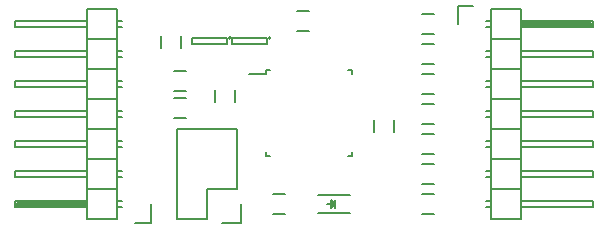
<source format=gbr>
G04 #@! TF.FileFunction,Legend,Top*
%FSLAX46Y46*%
G04 Gerber Fmt 4.6, Leading zero omitted, Abs format (unit mm)*
G04 Created by KiCad (PCBNEW 4.0.2-stable) date 28.06.2016 22:29:11*
%MOMM*%
G01*
G04 APERTURE LIST*
%ADD10C,0.100000*%
%ADD11C,0.150000*%
G04 APERTURE END LIST*
D10*
D11*
X156232000Y-104010000D02*
G75*
G03X156232000Y-104010000I-100000J0D01*
G01*
X155882000Y-104560000D02*
X155882000Y-104060000D01*
X152982000Y-104560000D02*
X155882000Y-104560000D01*
X152982000Y-104060000D02*
X152982000Y-104560000D01*
X155882000Y-104060000D02*
X152982000Y-104060000D01*
X155854897Y-106770103D02*
X155854897Y-107095103D01*
X163104897Y-106770103D02*
X163104897Y-107095103D01*
X163104897Y-114020103D02*
X163104897Y-113695103D01*
X155854897Y-114020103D02*
X155854897Y-113695103D01*
X155854897Y-106770103D02*
X156179897Y-106770103D01*
X155854897Y-114020103D02*
X156179897Y-114020103D01*
X163104897Y-114020103D02*
X162779897Y-114020103D01*
X163104897Y-106770103D02*
X162779897Y-106770103D01*
X155854897Y-107095103D02*
X154429897Y-107095103D01*
X151550000Y-108466000D02*
X151550000Y-109466000D01*
X153250000Y-109466000D02*
X153250000Y-108466000D01*
X166712000Y-112006000D02*
X166712000Y-111006000D01*
X165012000Y-111006000D02*
X165012000Y-112006000D01*
X162923020Y-117360000D02*
X160223020Y-117360000D01*
X162923020Y-118860000D02*
X160223020Y-118860000D01*
X161423020Y-117960000D02*
X161423020Y-118210000D01*
X161423020Y-118210000D02*
X161573020Y-118060000D01*
X161673020Y-118460000D02*
X161673020Y-117760000D01*
X161323020Y-118110000D02*
X160973020Y-118110000D01*
X161673020Y-118110000D02*
X161323020Y-118460000D01*
X161323020Y-118460000D02*
X161323020Y-117760000D01*
X161323020Y-117760000D02*
X161673020Y-118110000D01*
X153416000Y-116840000D02*
X153416000Y-111760000D01*
X153696000Y-119660000D02*
X152146000Y-119660000D01*
X150876000Y-119380000D02*
X150876000Y-116840000D01*
X150876000Y-116840000D02*
X153416000Y-116840000D01*
X153416000Y-111760000D02*
X148336000Y-111760000D01*
X148336000Y-111760000D02*
X148336000Y-116840000D01*
X153696000Y-119660000D02*
X153696000Y-118110000D01*
X148336000Y-119380000D02*
X150876000Y-119380000D01*
X148336000Y-116840000D02*
X148336000Y-119380000D01*
X172055000Y-101320000D02*
X172055000Y-102870000D01*
X173355000Y-101320000D02*
X172055000Y-101320000D01*
X177546000Y-102743000D02*
X183388000Y-102743000D01*
X183388000Y-102743000D02*
X183388000Y-102997000D01*
X183388000Y-102997000D02*
X177546000Y-102997000D01*
X177546000Y-102997000D02*
X177546000Y-102870000D01*
X177546000Y-102870000D02*
X183388000Y-102870000D01*
X174879000Y-102616000D02*
X174498000Y-102616000D01*
X174879000Y-103124000D02*
X174498000Y-103124000D01*
X174879000Y-105156000D02*
X174498000Y-105156000D01*
X174879000Y-105664000D02*
X174498000Y-105664000D01*
X174879000Y-107696000D02*
X174498000Y-107696000D01*
X174879000Y-108204000D02*
X174498000Y-108204000D01*
X174879000Y-110236000D02*
X174498000Y-110236000D01*
X174879000Y-110744000D02*
X174498000Y-110744000D01*
X174879000Y-118364000D02*
X174498000Y-118364000D01*
X174879000Y-117856000D02*
X174498000Y-117856000D01*
X174879000Y-115824000D02*
X174498000Y-115824000D01*
X174879000Y-115316000D02*
X174498000Y-115316000D01*
X174879000Y-113284000D02*
X174498000Y-113284000D01*
X174879000Y-112776000D02*
X174498000Y-112776000D01*
X177419000Y-104140000D02*
X177419000Y-101600000D01*
X183515000Y-103124000D02*
X177419000Y-103124000D01*
X183515000Y-102616000D02*
X183515000Y-103124000D01*
X177419000Y-102616000D02*
X183515000Y-102616000D01*
X174879000Y-104140000D02*
X177419000Y-104140000D01*
X174879000Y-101600000D02*
X174879000Y-104140000D01*
X174879000Y-101600000D02*
X177419000Y-101600000D01*
X174879000Y-106680000D02*
X177419000Y-106680000D01*
X174879000Y-106680000D02*
X174879000Y-109220000D01*
X174879000Y-109220000D02*
X177419000Y-109220000D01*
X177419000Y-107696000D02*
X183515000Y-107696000D01*
X183515000Y-107696000D02*
X183515000Y-108204000D01*
X183515000Y-108204000D02*
X177419000Y-108204000D01*
X177419000Y-109220000D02*
X177419000Y-106680000D01*
X177419000Y-106680000D02*
X177419000Y-104140000D01*
X183515000Y-105664000D02*
X177419000Y-105664000D01*
X183515000Y-105156000D02*
X183515000Y-105664000D01*
X177419000Y-105156000D02*
X183515000Y-105156000D01*
X174879000Y-106680000D02*
X177419000Y-106680000D01*
X174879000Y-104140000D02*
X174879000Y-106680000D01*
X174879000Y-104140000D02*
X177419000Y-104140000D01*
X174879000Y-114300000D02*
X177419000Y-114300000D01*
X174879000Y-114300000D02*
X174879000Y-116840000D01*
X174879000Y-116840000D02*
X177419000Y-116840000D01*
X177419000Y-115316000D02*
X183515000Y-115316000D01*
X183515000Y-115316000D02*
X183515000Y-115824000D01*
X183515000Y-115824000D02*
X177419000Y-115824000D01*
X177419000Y-116840000D02*
X177419000Y-114300000D01*
X177419000Y-119380000D02*
X177419000Y-116840000D01*
X183515000Y-118364000D02*
X177419000Y-118364000D01*
X183515000Y-117856000D02*
X183515000Y-118364000D01*
X177419000Y-117856000D02*
X183515000Y-117856000D01*
X174879000Y-119380000D02*
X177419000Y-119380000D01*
X174879000Y-116840000D02*
X174879000Y-119380000D01*
X174879000Y-116840000D02*
X177419000Y-116840000D01*
X174879000Y-111760000D02*
X177419000Y-111760000D01*
X174879000Y-111760000D02*
X174879000Y-114300000D01*
X174879000Y-114300000D02*
X177419000Y-114300000D01*
X177419000Y-112776000D02*
X183515000Y-112776000D01*
X183515000Y-112776000D02*
X183515000Y-113284000D01*
X183515000Y-113284000D02*
X177419000Y-113284000D01*
X177419000Y-114300000D02*
X177419000Y-111760000D01*
X177419000Y-111760000D02*
X177419000Y-109220000D01*
X183515000Y-110744000D02*
X177419000Y-110744000D01*
X183515000Y-110236000D02*
X183515000Y-110744000D01*
X177419000Y-110236000D02*
X183515000Y-110236000D01*
X174879000Y-111760000D02*
X177419000Y-111760000D01*
X174879000Y-109220000D02*
X174879000Y-111760000D01*
X174879000Y-109220000D02*
X177419000Y-109220000D01*
X146080000Y-119660000D02*
X146080000Y-118110000D01*
X144780000Y-119660000D02*
X146080000Y-119660000D01*
X140589000Y-118237000D02*
X134747000Y-118237000D01*
X134747000Y-118237000D02*
X134747000Y-117983000D01*
X134747000Y-117983000D02*
X140589000Y-117983000D01*
X140589000Y-117983000D02*
X140589000Y-118110000D01*
X140589000Y-118110000D02*
X134747000Y-118110000D01*
X143256000Y-118364000D02*
X143637000Y-118364000D01*
X143256000Y-117856000D02*
X143637000Y-117856000D01*
X143256000Y-115824000D02*
X143637000Y-115824000D01*
X143256000Y-115316000D02*
X143637000Y-115316000D01*
X143256000Y-113284000D02*
X143637000Y-113284000D01*
X143256000Y-112776000D02*
X143637000Y-112776000D01*
X143256000Y-110744000D02*
X143637000Y-110744000D01*
X143256000Y-110236000D02*
X143637000Y-110236000D01*
X143256000Y-102616000D02*
X143637000Y-102616000D01*
X143256000Y-103124000D02*
X143637000Y-103124000D01*
X143256000Y-105156000D02*
X143637000Y-105156000D01*
X143256000Y-105664000D02*
X143637000Y-105664000D01*
X143256000Y-107696000D02*
X143637000Y-107696000D01*
X143256000Y-108204000D02*
X143637000Y-108204000D01*
X140716000Y-116840000D02*
X140716000Y-119380000D01*
X134620000Y-117856000D02*
X140716000Y-117856000D01*
X134620000Y-118364000D02*
X134620000Y-117856000D01*
X140716000Y-118364000D02*
X134620000Y-118364000D01*
X143256000Y-116840000D02*
X140716000Y-116840000D01*
X143256000Y-119380000D02*
X143256000Y-116840000D01*
X143256000Y-119380000D02*
X140716000Y-119380000D01*
X143256000Y-114300000D02*
X140716000Y-114300000D01*
X143256000Y-114300000D02*
X143256000Y-111760000D01*
X143256000Y-111760000D02*
X140716000Y-111760000D01*
X140716000Y-113284000D02*
X134620000Y-113284000D01*
X134620000Y-113284000D02*
X134620000Y-112776000D01*
X134620000Y-112776000D02*
X140716000Y-112776000D01*
X140716000Y-111760000D02*
X140716000Y-114300000D01*
X140716000Y-114300000D02*
X140716000Y-116840000D01*
X134620000Y-115316000D02*
X140716000Y-115316000D01*
X134620000Y-115824000D02*
X134620000Y-115316000D01*
X140716000Y-115824000D02*
X134620000Y-115824000D01*
X143256000Y-114300000D02*
X140716000Y-114300000D01*
X143256000Y-116840000D02*
X143256000Y-114300000D01*
X143256000Y-116840000D02*
X140716000Y-116840000D01*
X143256000Y-106680000D02*
X140716000Y-106680000D01*
X143256000Y-106680000D02*
X143256000Y-104140000D01*
X143256000Y-104140000D02*
X140716000Y-104140000D01*
X140716000Y-105664000D02*
X134620000Y-105664000D01*
X134620000Y-105664000D02*
X134620000Y-105156000D01*
X134620000Y-105156000D02*
X140716000Y-105156000D01*
X140716000Y-104140000D02*
X140716000Y-106680000D01*
X140716000Y-101600000D02*
X140716000Y-104140000D01*
X134620000Y-102616000D02*
X140716000Y-102616000D01*
X134620000Y-103124000D02*
X134620000Y-102616000D01*
X140716000Y-103124000D02*
X134620000Y-103124000D01*
X143256000Y-101600000D02*
X140716000Y-101600000D01*
X143256000Y-104140000D02*
X143256000Y-101600000D01*
X143256000Y-104140000D02*
X140716000Y-104140000D01*
X143256000Y-109220000D02*
X140716000Y-109220000D01*
X143256000Y-109220000D02*
X143256000Y-106680000D01*
X143256000Y-106680000D02*
X140716000Y-106680000D01*
X140716000Y-108204000D02*
X134620000Y-108204000D01*
X134620000Y-108204000D02*
X134620000Y-107696000D01*
X134620000Y-107696000D02*
X140716000Y-107696000D01*
X140716000Y-106680000D02*
X140716000Y-109220000D01*
X140716000Y-109220000D02*
X140716000Y-111760000D01*
X134620000Y-110236000D02*
X140716000Y-110236000D01*
X134620000Y-110744000D02*
X134620000Y-110236000D01*
X140716000Y-110744000D02*
X134620000Y-110744000D01*
X143256000Y-109220000D02*
X140716000Y-109220000D01*
X143256000Y-111760000D02*
X143256000Y-109220000D01*
X143256000Y-111760000D02*
X140716000Y-111760000D01*
X149090000Y-109132000D02*
X148090000Y-109132000D01*
X148090000Y-110832000D02*
X149090000Y-110832000D01*
X157472000Y-117260000D02*
X156472000Y-117260000D01*
X156472000Y-118960000D02*
X157472000Y-118960000D01*
X169045000Y-103720000D02*
X170045000Y-103720000D01*
X170045000Y-102020000D02*
X169045000Y-102020000D01*
X169045000Y-106260000D02*
X170045000Y-106260000D01*
X170045000Y-104560000D02*
X169045000Y-104560000D01*
X169045000Y-108800000D02*
X170045000Y-108800000D01*
X170045000Y-107100000D02*
X169045000Y-107100000D01*
X169045000Y-111340000D02*
X170045000Y-111340000D01*
X170045000Y-109640000D02*
X169045000Y-109640000D01*
X169045000Y-113880000D02*
X170045000Y-113880000D01*
X170045000Y-112180000D02*
X169045000Y-112180000D01*
X169045000Y-116420000D02*
X170045000Y-116420000D01*
X170045000Y-114720000D02*
X169045000Y-114720000D01*
X159504000Y-101766000D02*
X158504000Y-101766000D01*
X158504000Y-103466000D02*
X159504000Y-103466000D01*
X170045000Y-117260000D02*
X169045000Y-117260000D01*
X169045000Y-118960000D02*
X170045000Y-118960000D01*
X152864000Y-104010000D02*
G75*
G03X152864000Y-104010000I-100000J0D01*
G01*
X152514000Y-104560000D02*
X152514000Y-104060000D01*
X149614000Y-104560000D02*
X152514000Y-104560000D01*
X149614000Y-104060000D02*
X149614000Y-104560000D01*
X152514000Y-104060000D02*
X149614000Y-104060000D01*
X148678000Y-104894000D02*
X148678000Y-103894000D01*
X146978000Y-103894000D02*
X146978000Y-104894000D01*
X148090000Y-108546000D02*
X149090000Y-108546000D01*
X149090000Y-106846000D02*
X148090000Y-106846000D01*
M02*

</source>
